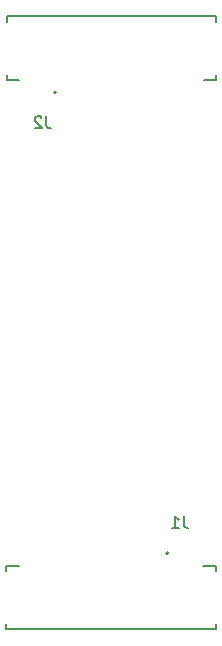
<source format=gbr>
G04 #@! TF.GenerationSoftware,KiCad,Pcbnew,(5.1.0)-1*
G04 #@! TF.CreationDate,2021-08-05T13:01:27-06:00*
G04 #@! TF.ProjectId,_autosave-Igloo19,5f617574-6f73-4617-9665-2d49676c6f6f,rev?*
G04 #@! TF.SameCoordinates,Original*
G04 #@! TF.FileFunction,Legend,Bot*
G04 #@! TF.FilePolarity,Positive*
%FSLAX46Y46*%
G04 Gerber Fmt 4.6, Leading zero omitted, Abs format (unit mm)*
G04 Created by KiCad (PCBNEW (5.1.0)-1) date 2021-08-05 13:01:27*
%MOMM*%
%LPD*%
G04 APERTURE LIST*
%ADD10C,0.200000*%
%ADD11C,0.150000*%
G04 APERTURE END LIST*
D10*
X187840000Y-54980000D02*
X187840000Y-54530000D01*
X186820000Y-54980000D02*
X187840000Y-54980000D01*
X170140000Y-54980000D02*
X171160000Y-54980000D01*
X170140000Y-54530000D02*
X170140000Y-54980000D01*
X174340000Y-56030000D02*
G75*
G03X174340000Y-56030000I-100000J0D01*
G01*
X187840000Y-49580000D02*
X187840000Y-50080000D01*
X170140000Y-49580000D02*
X187840000Y-49580000D01*
X170140000Y-50080000D02*
X170140000Y-49580000D01*
X170120000Y-96100000D02*
X170120000Y-96550000D01*
X171140000Y-96100000D02*
X170120000Y-96100000D01*
X187820000Y-96100000D02*
X186800000Y-96100000D01*
X187820000Y-96550000D02*
X187820000Y-96100000D01*
X183820000Y-95050000D02*
G75*
G03X183820000Y-95050000I-100000J0D01*
G01*
X170120000Y-101500000D02*
X170120000Y-101000000D01*
X187820000Y-101500000D02*
X170120000Y-101500000D01*
X187820000Y-101000000D02*
X187820000Y-101500000D01*
D11*
X173498333Y-58067380D02*
X173498333Y-58781666D01*
X173545952Y-58924523D01*
X173641190Y-59019761D01*
X173784047Y-59067380D01*
X173879285Y-59067380D01*
X173069761Y-58162619D02*
X173022142Y-58115000D01*
X172926904Y-58067380D01*
X172688809Y-58067380D01*
X172593571Y-58115000D01*
X172545952Y-58162619D01*
X172498333Y-58257857D01*
X172498333Y-58353095D01*
X172545952Y-58495952D01*
X173117380Y-59067380D01*
X172498333Y-59067380D01*
X185128333Y-91917380D02*
X185128333Y-92631666D01*
X185175952Y-92774523D01*
X185271190Y-92869761D01*
X185414047Y-92917380D01*
X185509285Y-92917380D01*
X184128333Y-92917380D02*
X184699761Y-92917380D01*
X184414047Y-92917380D02*
X184414047Y-91917380D01*
X184509285Y-92060238D01*
X184604523Y-92155476D01*
X184699761Y-92203095D01*
M02*

</source>
